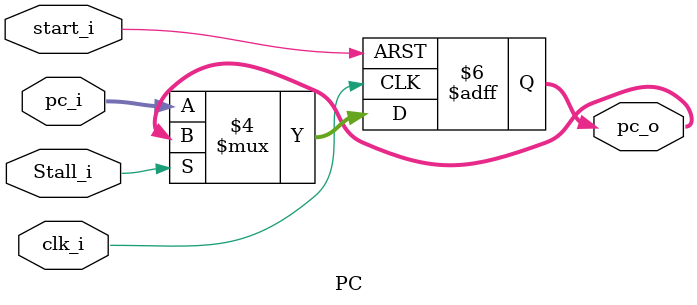
<source format=v>
module PC
(
    clk_i,
    start_i,
    Stall_i,
    pc_i,
    pc_o
);

// Ports
input               clk_i;
input               start_i;
input               Stall_i;
input   [31:0]      pc_i;
output  [31:0]      pc_o;

// Wires & Registers
reg     [31:0]      pc_o;  // Output as register.


always@(posedge clk_i or negedge start_i) begin
    if(~start_i)
        pc_o <= 32'b0;
    else begin
    	if (~Stall_i)
        	pc_o <= pc_i;
    end
end

endmodule
</source>
